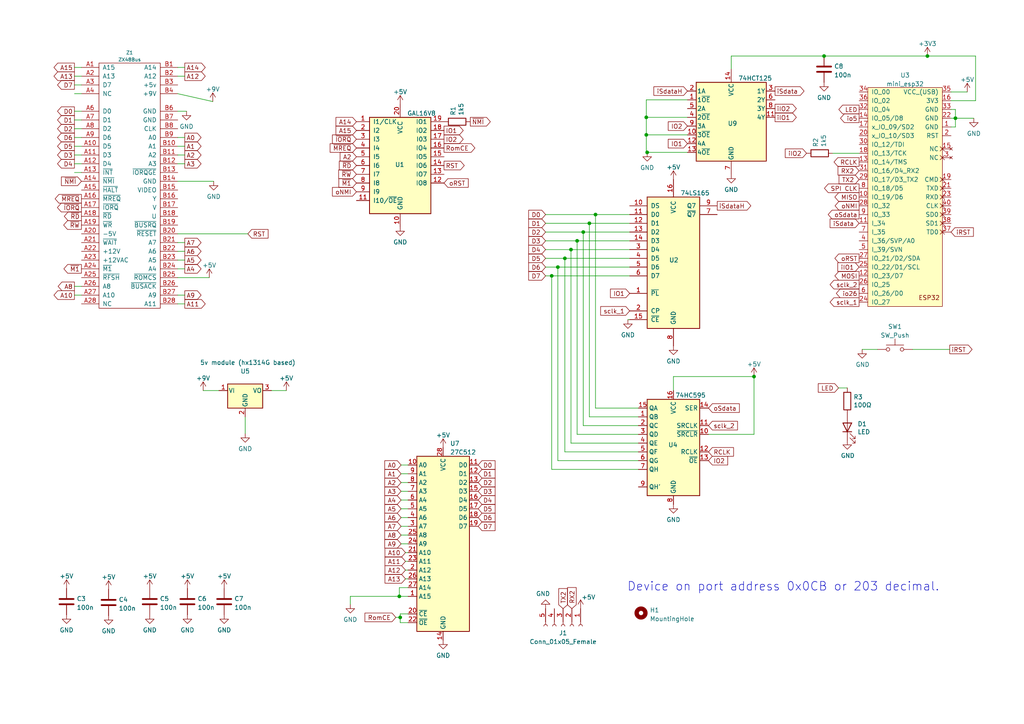
<source format=kicad_sch>
(kicad_sch (version 20211123) (generator eeschema)
  (paper "A4")
  (lib_symbols
    (symbol "74HCT125:74HCT125" (pin_names (offset 0.254))
      (property "Reference" "U" (at 2.54 15.24 0))
      (property "Value" "74HCT125" (at -5.08 2.54 0))
      (symbol "74HCT125_0_0"
        (pin power_in line (at 0 17.78 270) (length 3.81) (name "VCC") (number "14"))
        (pin power_in line (at 0 -12.7 90) (length 3.81) (name "GND") (number "7"))
      )
      (symbol "74HCT125_0_1"
        (rectangle (start -10.16 13.97) (end 10.16 -8.89) (stroke (width 0.254)) (fill (type background)))
      )
      (symbol "74HCT125_1_1"
        (pin input line (at -12.7 8.89 0) (length 2.54) (name "1~{OE}") (number "1"))
        (pin input line (at -12.7 -1.27 0) (length 2.54) (name "3~{OE}") (number "10"))
        (pin output line (at 12.7 3.81 180) (length 2.54) (name "4Y") (number "11"))
        (pin input line (at -12.7 -3.81 0) (length 2.54) (name "4A") (number "12"))
        (pin input line (at -12.7 -6.35 0) (length 2.54) (name "4~{OE}") (number "13"))
        (pin input line (at -12.7 11.43 0) (length 2.54) (name "1A") (number "2"))
        (pin output line (at 12.7 11.43 180) (length 2.54) (name "1Y") (number "3"))
        (pin input line (at -12.7 3.81 0) (length 2.54) (name "2~{OE}") (number "4"))
        (pin input line (at -12.7 6.35 0) (length 2.54) (name "2A") (number "5"))
        (pin output line (at 12.7 8.89 180) (length 2.54) (name "2Y") (number "6"))
        (pin output line (at 12.7 6.35 180) (length 2.54) (name "3Y") (number "8"))
        (pin input line (at -12.7 1.27 0) (length 2.54) (name "3A") (number "9"))
      )
    )
    (symbol "74hc597:74LS165" (pin_names (offset 1.016))
      (property "Reference" "U" (at -7.62 19.05 0))
      (property "Value" "74LS165" (at -7.62 -21.59 0))
      (symbol "74LS165_1_0"
        (pin input line (at -12.7 -10.16 0) (length 5.08) (name "~{PL}") (number "1"))
        (pin input line (at -12.7 15.24 0) (length 5.08) (name "DS") (number "10"))
        (pin input line (at -12.7 12.7 0) (length 5.08) (name "D0") (number "11"))
        (pin input line (at -12.7 10.16 0) (length 5.08) (name "D1") (number "12"))
        (pin input line (at -12.7 7.62 0) (length 5.08) (name "D2") (number "13"))
        (pin input line (at -12.7 5.08 0) (length 5.08) (name "D3") (number "14"))
        (pin input line (at -12.7 -17.78 0) (length 5.08) (name "~{CE}") (number "15"))
        (pin power_in line (at 0 22.86 270) (length 5.08) (name "VCC") (number "16"))
        (pin input line (at -12.7 -15.24 0) (length 5.08) (name "CP") (number "2"))
        (pin input line (at -12.7 2.54 0) (length 5.08) (name "D4") (number "3"))
        (pin input line (at -12.7 0 0) (length 5.08) (name "D5") (number "4"))
        (pin input line (at -12.7 -2.54 0) (length 5.08) (name "D6") (number "5"))
        (pin input line (at -12.7 -5.08 0) (length 5.08) (name "D7") (number "6"))
        (pin output line (at 12.7 12.7 180) (length 5.08) (name "~{Q7}") (number "7"))
        (pin power_in line (at 0 -25.4 90) (length 5.08) (name "GND") (number "8"))
        (pin output line (at 12.7 15.24 180) (length 5.08) (name "Q7") (number "9"))
      )
      (symbol "74LS165_1_1"
        (rectangle (start -7.62 17.78) (end 7.62 -20.32) (stroke (width 0.254)) (fill (type background)))
      )
    )
    (symbol "74xx:74HCT595"
      (property "Reference" "U" (at -7.62 13.97 0))
      (property "Value" "74HCT595" (at -7.62 -16.51 0))
      (symbol "74HCT595_1_0"
        (pin tri_state line (at 10.16 7.62 180) (length 2.54) (name "QB") (number "1"))
        (pin input line (at -10.16 2.54 0) (length 2.54) (name "~{SRCLR}") (number "10"))
        (pin input line (at -10.16 5.08 0) (length 2.54) (name "SRCLK") (number "11"))
        (pin input line (at -10.16 -2.54 0) (length 2.54) (name "RCLK") (number "12"))
        (pin input line (at -10.16 -5.08 0) (length 2.54) (name "~{OE}") (number "13"))
        (pin input line (at -10.16 10.16 0) (length 2.54) (name "SER") (number "14"))
        (pin tri_state line (at 10.16 10.16 180) (length 2.54) (name "QA") (number "15"))
        (pin power_in line (at 0 15.24 270) (length 2.54) (name "VCC") (number "16"))
        (pin tri_state line (at 10.16 5.08 180) (length 2.54) (name "QC") (number "2"))
        (pin tri_state line (at 10.16 2.54 180) (length 2.54) (name "QD") (number "3"))
        (pin tri_state line (at 10.16 0 180) (length 2.54) (name "QE") (number "4"))
        (pin tri_state line (at 10.16 -2.54 180) (length 2.54) (name "QF") (number "5"))
        (pin tri_state line (at 10.16 -5.08 180) (length 2.54) (name "QG") (number "6"))
        (pin tri_state line (at 10.16 -7.62 180) (length 2.54) (name "QH") (number "7"))
        (pin power_in line (at 0 -17.78 90) (length 2.54) (name "GND") (number "8"))
        (pin output line (at 10.16 -12.7 180) (length 2.54) (name "QH'") (number "9"))
      )
      (symbol "74HCT595_1_1"
        (rectangle (start -7.62 12.7) (end 7.62 -15.24) (stroke (width 0.254)) (fill (type background)))
      )
    )
    (symbol "Barts_lib:mini_esp32" (pin_names (offset 1.016))
      (property "Reference" "U3" (at 0.635 2.3028 0))
      (property "Value" "mini_esp32" (at 0.635 -0.2341 0))
      (symbol "mini_esp32_0_0"
        (text "ESP32" (at 7.62 -62.23 0) (effects (font (size 1.27 1.27))))
        (pin power_in line (at 13.97 -12.7 180) (length 2.54) (name "GND") (number "1"))
        (pin input line (at 13.97 -15.24 180) (length 2.54) (name "RST") (number "2"))
        (pin no_connect non_logic (at 13.97 -21.59 180) (length 2.54) (name "NC") (number "3"))
        (pin bidirectional line (at -12.7 -45.72 0) (length 2.54) (name "I_36/SVP/A0") (number "4"))
        (pin bidirectional line (at -12.7 -48.26 0) (length 2.54) (name "I_39/SVN") (number "5"))
      )
      (symbol "mini_esp32_0_1"
        (rectangle (start -10.16 -1.27) (end 11.43 -64.77) (fill (type background)))
      )
      (symbol "mini_esp32_1_1"
        (pin bidirectional line (at -12.7 -33.02 0) (length 2.54) (name "IO_19/D6") (number "10"))
        (pin bidirectional line (at -12.7 -40.64 0) (length 2.54) (name "I_34") (number "11"))
        (pin bidirectional line (at -12.7 -55.88 0) (length 2.54) (name "IO_23/D7") (number "12"))
        (pin bidirectional line (at -12.7 -22.86 0) (length 2.54) (name "IO_14/TMS") (number "13"))
        (pin bidirectional line (at -12.7 -10.16 0) (length 2.54) (name "IO_05/D8") (number "14"))
        (pin no_connect non_logic (at 13.97 -19.05 180) (length 2.54) (name "NC") (number "15"))
        (pin power_in line (at 13.97 -5.08 180) (length 2.54) (name "3V3") (number "16"))
        (pin bidirectional line (at -12.7 -12.7 0) (length 2.54) (name "x_IO_09/SD2") (number "17"))
        (pin bidirectional line (at -12.7 -20.32 0) (length 2.54) (name "IO_13/TCK") (number "18"))
        (pin passive non_logic (at 13.97 -27.94 180) (length 2.54) (name "CMD") (number "19"))
        (pin bidirectional line (at -12.7 -15.24 0) (length 2.54) (name "x_IO_10/SD3") (number "20"))
        (pin passive non_logic (at 13.97 -30.48 180) (length 2.54) (name "TXD") (number "21"))
        (pin power_in line (at 13.97 -10.16 180) (length 2.54) (name "GND") (number "22"))
        (pin passive non_logic (at 13.97 -33.02 180) (length 2.54) (name "RXD") (number "23"))
        (pin bidirectional line (at -12.7 -63.5 0) (length 2.54) (name "IO_27") (number "24"))
        (pin bidirectional line (at -12.7 -53.34 0) (length 2.54) (name "IO_22/D1/SCL") (number "25"))
        (pin bidirectional line (at -12.7 -58.42 0) (length 2.54) (name "IO_25") (number "26"))
        (pin bidirectional line (at -12.7 -50.8 0) (length 2.54) (name "IO_21/D2/SDA") (number "27"))
        (pin bidirectional line (at -12.7 -35.56 0) (length 2.54) (name "IO_32") (number "28"))
        (pin bidirectional line (at -12.7 -27.94 0) (length 2.54) (name "IO_17/D3_TX2") (number "29"))
        (pin bidirectional line (at -12.7 -17.78 0) (length 2.54) (name "IO_12/TDI") (number "30"))
        (pin bidirectional line (at -12.7 -25.4 0) (length 2.54) (name "IO_16/D4_RX2") (number "31"))
        (pin bidirectional line (at -12.7 -7.62 0) (length 2.54) (name "IO_04") (number "32"))
        (pin power_in line (at 13.97 -7.62 180) (length 2.54) (name "GND") (number "33"))
        (pin bidirectional line (at -12.7 -2.54 0) (length 2.54) (name "IO_00") (number "34"))
        (pin power_in line (at 13.97 -2.54 180) (length 2.54) (name "VCC_(USB)") (number "35"))
        (pin bidirectional line (at -12.7 -5.08 0) (length 2.54) (name "IO_02") (number "36"))
        (pin passive non_logic (at 13.97 -43.18 180) (length 2.54) (name "TD0") (number "37"))
        (pin passive non_logic (at 13.97 -40.64 180) (length 2.54) (name "SD1") (number "38"))
        (pin passive non_logic (at 13.97 -38.1 180) (length 2.54) (name "SD0") (number "39"))
        (pin passive non_logic (at 13.97 -35.56 180) (length 2.54) (name "CLK") (number "40"))
        (pin bidirectional line (at -12.7 -60.96 0) (length 2.54) (name "IO_26/D0") (number "6"))
        (pin bidirectional line (at -12.7 -43.18 0) (length 2.54) (name "I_35") (number "7"))
        (pin bidirectional line (at -12.7 -30.48 0) (length 2.54) (name "IO_18/D5") (number "8"))
        (pin bidirectional line (at -12.7 -38.1 0) (length 2.54) (name "IO_33") (number "9"))
      )
    )
    (symbol "Connector:Conn_01x05_Female" (pin_names (offset 1.016) hide)
      (property "Reference" "J" (at 0 7.62 0))
      (property "Value" "Conn_01x05_Female" (at 0 -7.62 0))
      (symbol "Conn_01x05_Female_1_1"
        (arc (start 0 -4.572) (mid -0.508 -5.08) (end 0 -5.588) (stroke (width 0.1524)))
        (arc (start 0 -2.032) (mid -0.508 -2.54) (end 0 -3.048) (stroke (width 0.1524)))
        (polyline (pts (xy -1.27 -5.08) (xy -0.508 -5.08)) (stroke (width 0.1524)))
        (polyline (pts (xy -1.27 -2.54) (xy -0.508 -2.54)) (stroke (width 0.1524)))
        (polyline (pts (xy -1.27 0) (xy -0.508 0)) (stroke (width 0.1524)))
        (polyline (pts (xy -1.27 2.54) (xy -0.508 2.54)) (stroke (width 0.1524)))
        (polyline (pts (xy -1.27 5.08) (xy -0.508 5.08)) (stroke (width 0.1524)))
        (arc (start 0 0.508) (mid -0.508 0) (end 0 -0.508) (stroke (width 0.1524)))
        (arc (start 0 3.048) (mid -0.508 2.54) (end 0 2.032) (stroke (width 0.1524)))
        (arc (start 0 5.588) (mid -0.508 5.08) (end 0 4.572) (stroke (width 0.1524)))
        (pin passive line (at -5.08 5.08 0) (length 3.81) (name "Pin_1") (number "1"))
        (pin passive line (at -5.08 2.54 0) (length 3.81) (name "Pin_2") (number "2"))
        (pin passive line (at -5.08 0 0) (length 3.81) (name "Pin_3") (number "3"))
        (pin passive line (at -5.08 -2.54 0) (length 3.81) (name "Pin_4") (number "4"))
        (pin passive line (at -5.08 -5.08 0) (length 3.81) (name "Pin_5") (number "5"))
      )
    )
    (symbol "Device:C" (pin_numbers hide) (pin_names (offset 0.254))
      (property "Reference" "C" (at 0.635 2.54 0))
      (property "Value" "C" (at 0.635 -2.54 0))
      (symbol "C_0_1"
        (polyline (pts (xy -2.032 -0.762) (xy 2.032 -0.762)) (stroke (width 0.508)))
        (polyline (pts (xy -2.032 0.762) (xy 2.032 0.762)) (stroke (width 0.508)))
      )
      (symbol "C_1_1"
        (pin passive line (at 0 3.81 270) (length 2.794) (name "~") (number "1"))
        (pin passive line (at 0 -3.81 90) (length 2.794) (name "~") (number "2"))
      )
    )
    (symbol "Device:LED" (pin_numbers hide) (pin_names (offset 1.016) hide)
      (property "Reference" "D" (at 0 2.54 0))
      (property "Value" "LED" (at 0 -2.54 0))
      (symbol "LED_0_1"
        (polyline (pts (xy -1.27 -1.27) (xy -1.27 1.27)) (stroke (width 0.254)))
        (polyline (pts (xy -1.27 0) (xy 1.27 0)))
        (polyline (pts (xy 1.27 -1.27) (xy 1.27 1.27) (xy -1.27 0) (xy 1.27 -1.27)) (stroke (width 0.254)))
        (polyline (pts (xy -3.048 -0.762) (xy -4.572 -2.286) (xy -3.81 -2.286) (xy -4.572 -2.286) (xy -4.572 -1.524)))
        (polyline (pts (xy -1.778 -0.762) (xy -3.302 -2.286) (xy -2.54 -2.286) (xy -3.302 -2.286) (xy -3.302 -1.524)))
      )
      (symbol "LED_1_1"
        (pin passive line (at -3.81 0 0) (length 2.54) (name "K") (number "1"))
        (pin passive line (at 3.81 0 180) (length 2.54) (name "A") (number "2"))
      )
    )
    (symbol "Device:R" (pin_numbers hide) (pin_names (offset 0))
      (property "Reference" "R" (at 2.032 0 90))
      (property "Value" "R" (at 0 0 90))
      (symbol "R_0_1"
        (rectangle (start -1.016 -2.54) (end 1.016 2.54) (stroke (width 0.254)))
      )
      (symbol "R_1_1"
        (pin passive line (at 0 3.81 270) (length 1.27) (name "~") (number "1"))
        (pin passive line (at 0 -3.81 90) (length 1.27) (name "~") (number "2"))
      )
    )
    (symbol "Logic_Programmable:GAL16V8" (pin_names (offset 1.016))
      (property "Reference" "U" (at -8.89 16.51 0))
      (property "Value" "GAL16V8" (at 1.27 16.51 0))
      (symbol "GAL16V8_0_0"
        (pin power_in line (at 0 -17.78 90) (length 3.81) (name "GND") (number "10"))
        (pin power_in line (at 0 17.78 270) (length 3.81) (name "VCC") (number "20"))
      )
      (symbol "GAL16V8_0_1"
        (rectangle (start -8.89 13.97) (end 8.89 -13.97) (stroke (width 0.254)) (fill (type background)))
      )
      (symbol "GAL16V8_1_1"
        (pin input line (at -12.7 12.7 0) (length 3.81) (name "I1/CLK") (number "1"))
        (pin input line (at -12.7 -10.16 0) (length 3.81) (name "I10/~{OE}") (number "11"))
        (pin tri_state line (at 12.7 -5.08 180) (length 3.81) (name "IO8") (number "12"))
        (pin tri_state line (at 12.7 -2.54 180) (length 3.81) (name "IO7") (number "13"))
        (pin tri_state line (at 12.7 0 180) (length 3.81) (name "IO6") (number "14"))
        (pin tri_state line (at 12.7 2.54 180) (length 3.81) (name "IO5") (number "15"))
        (pin tri_state line (at 12.7 5.08 180) (length 3.81) (name "IO4") (number "16"))
        (pin tri_state line (at 12.7 7.62 180) (length 3.81) (name "I03") (number "17"))
        (pin tri_state line (at 12.7 10.16 180) (length 3.81) (name "IO2") (number "18"))
        (pin tri_state line (at 12.7 12.7 180) (length 3.81) (name "IO1") (number "19"))
        (pin input line (at -12.7 10.16 0) (length 3.81) (name "I2") (number "2"))
        (pin input line (at -12.7 7.62 0) (length 3.81) (name "I3") (number "3"))
        (pin input line (at -12.7 5.08 0) (length 3.81) (name "I4") (number "4"))
        (pin input line (at -12.7 2.54 0) (length 3.81) (name "I5") (number "5"))
        (pin input line (at -12.7 0 0) (length 3.81) (name "I6") (number "6"))
        (pin input line (at -12.7 -2.54 0) (length 3.81) (name "I7") (number "7"))
        (pin input line (at -12.7 -5.08 0) (length 3.81) (name "I8") (number "8"))
        (pin input line (at -12.7 -7.62 0) (length 3.81) (name "I9") (number "9"))
      )
    )
    (symbol "Mechanical:MountingHole" (pin_names (offset 1.016))
      (property "Reference" "H" (at 0 5.08 0))
      (property "Value" "MountingHole" (at 0 3.175 0))
      (symbol "MountingHole_0_1"
        (circle (center 0 0) (radius 1.27) (stroke (width 1.27)))
      )
    )
    (symbol "Memory_EPROM:27C512"
      (property "Reference" "U" (at -7.62 26.67 0))
      (property "Value" "27C512" (at 2.54 -26.67 0))
      (symbol "27C512_1_1"
        (rectangle (start -7.62 25.4) (end 7.62 -25.4) (stroke (width 0.254)) (fill (type background)))
        (pin input line (at -10.16 -15.24 0) (length 2.54) (name "A15") (number "1"))
        (pin input line (at -10.16 22.86 0) (length 2.54) (name "A0") (number "10"))
        (pin tri_state line (at 10.16 22.86 180) (length 2.54) (name "D0") (number "11"))
        (pin tri_state line (at 10.16 20.32 180) (length 2.54) (name "D1") (number "12"))
        (pin tri_state line (at 10.16 17.78 180) (length 2.54) (name "D2") (number "13"))
        (pin power_in line (at 0 -27.94 90) (length 2.54) (name "GND") (number "14"))
        (pin tri_state line (at 10.16 15.24 180) (length 2.54) (name "D3") (number "15"))
        (pin tri_state line (at 10.16 12.7 180) (length 2.54) (name "D4") (number "16"))
        (pin tri_state line (at 10.16 10.16 180) (length 2.54) (name "D5") (number "17"))
        (pin tri_state line (at 10.16 7.62 180) (length 2.54) (name "D6") (number "18"))
        (pin tri_state line (at 10.16 5.08 180) (length 2.54) (name "D7") (number "19"))
        (pin input line (at -10.16 -7.62 0) (length 2.54) (name "A12") (number "2"))
        (pin input line (at -10.16 -20.32 0) (length 2.54) (name "~{CE}") (number "20"))
        (pin input line (at -10.16 -2.54 0) (length 2.54) (name "A10") (number "21"))
        (pin input line (at -10.16 -22.86 0) (length 2.54) (name "~{OE}") (number "22"))
        (pin input line (at -10.16 -5.08 0) (length 2.54) (name "A11") (number "23"))
        (pin input line (at -10.16 0 0) (length 2.54) (name "A9") (number "24"))
        (pin input line (at -10.16 2.54 0) (length 2.54) (name "A8") (number "25"))
        (pin input line (at -10.16 -10.16 0) (length 2.54) (name "A13") (number "26"))
        (pin input line (at -10.16 -12.7 0) (length 2.54) (name "A14") (number "27"))
        (pin power_in line (at 0 27.94 270) (length 2.54) (name "VCC") (number "28"))
        (pin input line (at -10.16 5.08 0) (length 2.54) (name "A7") (number "3"))
        (pin input line (at -10.16 7.62 0) (length 2.54) (name "A6") (number "4"))
        (pin input line (at -10.16 10.16 0) (length 2.54) (name "A5") (number "5"))
        (pin input line (at -10.16 12.7 0) (length 2.54) (name "A4") (number "6"))
        (pin input line (at -10.16 15.24 0) (length 2.54) (name "A3") (number "7"))
        (pin input line (at -10.16 17.78 0) (length 2.54) (name "A2") (number "8"))
        (pin input line (at -10.16 20.32 0) (length 2.54) (name "A1") (number "9"))
      )
    )
    (symbol "Regulator_Linear:KA78M05_TO252" (pin_names (offset 0.254))
      (property "Reference" "U" (at -3.81 3.175 0))
      (property "Value" "KA78M05_TO252" (at 0 3.175 0))
      (symbol "KA78M05_TO252_0_1"
        (rectangle (start -5.08 1.905) (end 5.08 -5.08) (stroke (width 0.254)) (fill (type background)))
      )
      (symbol "KA78M05_TO252_1_1"
        (pin power_in line (at -7.62 0 0) (length 2.54) (name "VI") (number "1"))
        (pin power_in line (at 0 -7.62 90) (length 2.54) (name "GND") (number "2"))
        (pin power_out line (at 7.62 0 180) (length 2.54) (name "VO") (number "3"))
      )
    )
    (symbol "Switch:SW_Push" (pin_numbers hide) (pin_names (offset 1.016) hide)
      (property "Reference" "SW" (at 1.27 2.54 0))
      (property "Value" "SW_Push" (at 0 -1.524 0))
      (symbol "SW_Push_0_1"
        (circle (center -2.032 0) (radius 0.508))
        (polyline (pts (xy 0 1.27) (xy 0 3.048)))
        (polyline (pts (xy 2.54 1.27) (xy -2.54 1.27)))
        (circle (center 2.032 0) (radius 0.508))
        (pin passive line (at -5.08 0 0) (length 2.54) (name "1") (number "1"))
        (pin passive line (at 5.08 0 180) (length 2.54) (name "2") (number "2"))
      )
    )
    (symbol "power:+3.3V" (power) (pin_names (offset 0))
      (property "Value" "+3.3V" (at 0 3.556 0))
      (symbol "+3.3V_0_1"
        (polyline (pts (xy -0.762 1.27) (xy 0 2.54)))
        (polyline (pts (xy 0 0) (xy 0 2.54)))
        (polyline (pts (xy 0 2.54) (xy 0.762 1.27)))
      )
      (symbol "+3.3V_1_1"
        (pin power_in line (at 0 0 90) (length 0) hide (name "+3V3") (number "1"))
      )
    )
    (symbol "power:+5V" (power) (pin_names (offset 0))
      (property "Value" "+5V" (at 0 3.556 0))
      (symbol "+5V_0_1"
        (polyline (pts (xy -0.762 1.27) (xy 0 2.54)))
        (polyline (pts (xy 0 0) (xy 0 2.54)))
        (polyline (pts (xy 0 2.54) (xy 0.762 1.27)))
      )
      (symbol "+5V_1_1"
        (pin power_in line (at 0 0 90) (length 0) hide (name "+5V") (number "1"))
      )
    )
    (symbol "power:+9V" (power) (pin_names (offset 0))
      (property "Value" "+9V" (at 0 3.556 0))
      (symbol "+9V_0_1"
        (polyline (pts (xy -0.762 1.27) (xy 0 2.54)))
        (polyline (pts (xy 0 0) (xy 0 2.54)))
        (polyline (pts (xy 0 2.54) (xy 0.762 1.27)))
      )
      (symbol "+9V_1_1"
        (pin power_in line (at 0 0 90) (length 0) hide (name "+9V") (number "1"))
      )
    )
    (symbol "power:GND" (power) (pin_names (offset 0))
      (property "Value" "GND" (at 0 -3.81 0))
      (symbol "GND_0_1"
        (polyline (pts (xy 0 0) (xy 0 -1.27) (xy 1.27 -1.27) (xy 0 -2.54) (xy -1.27 -1.27) (xy 0 -1.27)))
      )
      (symbol "GND_1_1"
        (pin power_in line (at 0 0 270) (length 0) hide (name "GND") (number "1"))
      )
    )
    (symbol "zxbus:ZX48Bus" (pin_names (offset 1.016))
      (property "Reference" "Z" (at 0 83.82 0))
      (property "Value" "ZX48Bus" (at 0 86.36 0))
      (symbol "ZX48Bus_0_0"
        (rectangle (start 0 82.55) (end 17.78 11.43))
      )
      (symbol "ZX48Bus_1_1"
        (pin input line (at -5.08 81.28 0) (length 5.08) (name "A15") (number "A1"))
        (pin input line (at -5.08 58.42 0) (length 5.08) (name "D5") (number "A10"))
        (pin input line (at -5.08 55.88 0) (length 5.08) (name "D3") (number "A11"))
        (pin input line (at -5.08 53.34 0) (length 5.08) (name "D4") (number "A12"))
        (pin input line (at -5.08 50.8 0) (length 5.08) (name "~{INT}") (number "A13"))
        (pin input line (at -5.08 48.26 0) (length 5.08) (name "~{NMI}") (number "A14"))
        (pin input line (at -5.08 45.72 0) (length 5.08) (name "~{HALT}") (number "A15"))
        (pin input line (at -5.08 43.18 0) (length 5.08) (name "~{MREQ}") (number "A16"))
        (pin input line (at -5.08 40.64 0) (length 5.08) (name "~{IORQ}") (number "A17"))
        (pin input line (at -5.08 38.1 0) (length 5.08) (name "~{RD}") (number "A18"))
        (pin input line (at -5.08 35.56 0) (length 5.08) (name "~{WR}") (number "A19"))
        (pin input line (at -5.08 78.74 0) (length 5.08) (name "A13") (number "A2"))
        (pin input line (at -5.08 33.02 0) (length 5.08) (name "-5V") (number "A20"))
        (pin input line (at -5.08 30.48 0) (length 5.08) (name "~{WAIT}") (number "A21"))
        (pin input line (at -5.08 27.94 0) (length 5.08) (name "+12V") (number "A22"))
        (pin input line (at -5.08 25.4 0) (length 5.08) (name "+12VAC") (number "A23"))
        (pin input line (at -5.08 22.86 0) (length 5.08) (name "~{M1}") (number "A24"))
        (pin input line (at -5.08 20.32 0) (length 5.08) (name "~{RFSH}") (number "A25"))
        (pin input line (at -5.08 17.78 0) (length 5.08) (name "A8") (number "A26"))
        (pin input line (at -5.08 15.24 0) (length 5.08) (name "A10") (number "A27"))
        (pin input line (at -5.08 12.7 0) (length 5.08) (name "NC") (number "A28"))
        (pin input line (at -5.08 76.2 0) (length 5.08) (name "D7") (number "A3"))
        (pin input line (at -5.08 73.66 0) (length 5.08) (name "NC") (number "A4"))
        (pin input line (at -5.08 68.58 0) (length 5.08) (name "D0") (number "A6"))
        (pin input line (at -5.08 66.04 0) (length 5.08) (name "D1") (number "A7"))
        (pin input line (at -5.08 63.5 0) (length 5.08) (name "D2") (number "A8"))
        (pin input line (at -5.08 60.96 0) (length 5.08) (name "D6") (number "A9"))
        (pin input line (at 22.86 81.28 180) (length 5.08) (name "A14") (number "B1"))
        (pin input line (at 22.86 58.42 180) (length 5.08) (name "A1") (number "B10"))
        (pin input line (at 22.86 55.88 180) (length 5.08) (name "A2") (number "B11"))
        (pin input line (at 22.86 53.34 180) (length 5.08) (name "A3") (number "B12"))
        (pin input line (at 22.86 50.8 180) (length 5.08) (name "~{IORQGE}") (number "B13"))
        (pin input line (at 22.86 48.26 180) (length 5.08) (name "GND") (number "B14"))
        (pin input line (at 22.86 45.72 180) (length 5.08) (name "VIDEO") (number "B15"))
        (pin input line (at 22.86 43.18 180) (length 5.08) (name "Y") (number "B16"))
        (pin input line (at 22.86 40.64 180) (length 5.08) (name "V") (number "B17"))
        (pin input line (at 22.86 38.1 180) (length 5.08) (name "U") (number "B18"))
        (pin input line (at 22.86 35.56 180) (length 5.08) (name "~{BUSRQ}") (number "B19"))
        (pin input line (at 22.86 78.74 180) (length 5.08) (name "A12") (number "B2"))
        (pin input line (at 22.86 33.02 180) (length 5.08) (name "~{RESET}") (number "B20"))
        (pin input line (at 22.86 30.48 180) (length 5.08) (name "A7") (number "B21"))
        (pin input line (at 22.86 27.94 180) (length 5.08) (name "A6") (number "B22"))
        (pin input line (at 22.86 25.4 180) (length 5.08) (name "A5") (number "B23"))
        (pin input line (at 22.86 22.86 180) (length 5.08) (name "A4") (number "B24"))
        (pin input line (at 22.86 20.32 180) (length 5.08) (name "~{ROMCS}") (number "B25"))
        (pin input line (at 22.86 17.78 180) (length 5.08) (name "~{BUSACK}") (number "B26"))
        (pin input line (at 22.86 15.24 180) (length 5.08) (name "A9") (number "B27"))
        (pin input line (at 22.86 12.7 180) (length 5.08) (name "A11") (number "B28"))
        (pin input line (at 22.86 76.2 180) (length 5.08) (name "+5v") (number "B3"))
        (pin input line (at 22.86 73.66 180) (length 5.08) (name "+9V") (number "B4"))
        (pin input line (at 22.86 68.58 180) (length 5.08) (name "GND") (number "B6"))
        (pin input line (at 22.86 66.04 180) (length 5.08) (name "GND") (number "B7"))
        (pin input line (at 22.86 63.5 180) (length 5.08) (name "CLK") (number "B8"))
        (pin input line (at 22.86 60.96 180) (length 5.08) (name "A0") (number "B9"))
      )
    )
  )
  (junction (at 169.164 67.31))
  (junction (at 187.452 34.036))
  (junction (at 172.72 62.23))
  (junction (at 167.386 69.85))
  (junction (at 187.452 39.116))
  (junction (at 268.986 16.256))
  (junction (at 187.706 44.196))
  (junction (at 165.608 72.39))
  (junction (at 163.83 74.93))
  (junction (at 115.824 172.974))
  (junction (at 170.942 64.77))
  (junction (at 239.014 16.256))
  (junction (at 218.694 109.22))
  (junction (at 161.798 77.47))
  (junction (at 116.078 179.07))
  (junction (at 160.02 80.01))
  (junction (at 277.114 34.29))
  (wire (pts (xy 158.242 69.85) (xy 167.386 69.85)))
  (wire (pts (xy 51.562 85.598) (xy 53.594 85.598)))
  (wire (pts (xy 167.386 125.984) (xy 185.166 125.984)))
  (wire (pts (xy 275.844 31.75) (xy 277.114 31.75)))
  (wire (pts (xy 187.452 39.116) (xy 199.39 39.116)))
  (wire (pts (xy 161.798 133.604) (xy 161.798 77.47)))
  (wire (pts (xy 187.452 28.956) (xy 199.39 28.956)))
  (wire (pts (xy 158.242 64.77) (xy 170.942 64.77)))
  (wire (pts (xy 51.562 42.418) (xy 53.594 42.418)))
  (wire (pts (xy 170.942 64.77) (xy 170.942 120.904)))
  (wire (pts (xy 277.114 36.83) (xy 277.114 34.29)))
  (wire (pts (xy 23.622 34.798) (xy 21.59 34.798)))
  (wire (pts (xy 117.602 162.814) (xy 118.364 162.814)))
  (wire (pts (xy 218.694 109.22) (xy 218.694 125.984)))
  (wire (pts (xy 118.364 170.434) (xy 115.824 170.434)))
  (wire (pts (xy 199.39 44.196) (xy 187.706 44.196)))
  (wire (pts (xy 118.364 142.494) (xy 116.332 142.494)))
  (wire (pts (xy 158.242 67.31) (xy 169.164 67.31)))
  (wire (pts (xy 71.12 120.904) (xy 71.12 125.73)))
  (wire (pts (xy 185.166 128.524) (xy 165.608 128.524)))
  (wire (pts (xy 51.562 70.358) (xy 53.594 70.358)))
  (wire (pts (xy 23.622 39.878) (xy 21.59 39.878)))
  (wire (pts (xy 199.39 34.036) (xy 187.452 34.036)))
  (wire (pts (xy 182.626 69.85) (xy 167.386 69.85)))
  (wire (pts (xy 23.622 42.418) (xy 21.59 42.418)))
  (wire (pts (xy 264.668 101.346) (xy 275.463 101.346)))
  (wire (pts (xy 117.602 167.894) (xy 118.364 167.894)))
  (wire (pts (xy 165.608 128.524) (xy 165.608 72.39)))
  (wire (pts (xy 277.114 31.75) (xy 277.114 34.29)))
  (wire (pts (xy 185.166 118.364) (xy 172.72 118.364)))
  (wire (pts (xy 161.798 77.47) (xy 182.626 77.47)))
  (wire (pts (xy 51.562 72.898) (xy 53.594 72.898)))
  (wire (pts (xy 23.622 85.598) (xy 21.59 85.598)))
  (wire (pts (xy 212.09 16.256) (xy 239.014 16.256)))
  (wire (pts (xy 51.562 88.138) (xy 53.594 88.138)))
  (wire (pts (xy 116.078 179.07) (xy 116.078 180.594)))
  (wire (pts (xy 158.242 72.39) (xy 165.608 72.39)))
  (wire (pts (xy 241.554 44.45) (xy 249.174 44.45)))
  (wire (pts (xy 51.562 80.518) (xy 60.706 80.518)))
  (wire (pts (xy 167.386 69.85) (xy 167.386 125.984)))
  (wire (pts (xy 118.364 147.574) (xy 116.332 147.574)))
  (wire (pts (xy 78.74 113.284) (xy 83.058 113.284)))
  (wire (pts (xy 158.242 80.01) (xy 160.02 80.01)))
  (wire (pts (xy 280.543 26.67) (xy 275.844 26.67)))
  (wire (pts (xy 172.72 62.23) (xy 182.626 62.23)))
  (wire (pts (xy 275.844 36.83) (xy 277.114 36.83)))
  (wire (pts (xy 182.626 80.01) (xy 160.02 80.01)))
  (wire (pts (xy 116.332 157.734) (xy 118.364 157.734)))
  (wire (pts (xy 275.844 29.21) (xy 282.956 29.21)))
  (wire (pts (xy 163.83 74.93) (xy 163.83 131.064)))
  (wire (pts (xy 58.928 113.284) (xy 63.5 113.284)))
  (wire (pts (xy 23.622 19.558) (xy 21.59 19.558)))
  (wire (pts (xy 23.622 22.098) (xy 21.59 22.098)))
  (wire (pts (xy 118.364 172.974) (xy 115.824 172.974)))
  (wire (pts (xy 51.562 27.178) (xy 61.722 29.464)))
  (wire (pts (xy 239.014 16.256) (xy 268.986 16.256)))
  (wire (pts (xy 205.486 125.984) (xy 218.694 125.984)))
  (wire (pts (xy 118.364 150.114) (xy 116.332 150.114)))
  (wire (pts (xy 51.562 52.578) (xy 61.976 52.578)))
  (wire (pts (xy 277.114 34.29) (xy 282.448 34.29)))
  (wire (pts (xy 51.562 22.098) (xy 53.594 22.098)))
  (wire (pts (xy 165.608 72.39) (xy 182.626 72.39)))
  (wire (pts (xy 23.622 27.178) (xy 21.59 27.178)))
  (wire (pts (xy 115.824 170.434) (xy 115.824 172.974)))
  (wire (pts (xy 268.986 16.256) (xy 282.956 16.256)))
  (wire (pts (xy 182.626 74.93) (xy 163.83 74.93)))
  (wire (pts (xy 118.364 139.954) (xy 116.332 139.954)))
  (wire (pts (xy 23.622 24.638) (xy 21.59 24.638)))
  (wire (pts (xy 118.364 178.054) (xy 116.078 178.054)))
  (wire (pts (xy 117.602 160.274) (xy 118.364 160.274)))
  (wire (pts (xy 23.622 44.958) (xy 21.59 44.958)))
  (wire (pts (xy 275.844 34.29) (xy 277.114 34.29)))
  (wire (pts (xy 117.602 165.354) (xy 118.364 165.354)))
  (wire (pts (xy 115.824 172.974) (xy 101.6 172.974)))
  (wire (pts (xy 118.364 137.414) (xy 116.332 137.414)))
  (wire (pts (xy 187.452 34.036) (xy 187.452 39.116)))
  (wire (pts (xy 195.326 109.22) (xy 218.694 109.22)))
  (wire (pts (xy 101.6 172.974) (xy 101.6 175.26)))
  (wire (pts (xy 282.956 16.256) (xy 282.956 29.21)))
  (wire (pts (xy 212.09 20.066) (xy 212.09 16.256)))
  (wire (pts (xy 51.562 67.818) (xy 71.882 67.818)))
  (wire (pts (xy 118.364 134.874) (xy 116.332 134.874)))
  (wire (pts (xy 170.942 120.904) (xy 185.166 120.904)))
  (wire (pts (xy 187.452 28.956) (xy 187.452 34.036)))
  (wire (pts (xy 160.02 80.01) (xy 160.02 136.144)))
  (wire (pts (xy 51.562 32.258) (xy 54.102 32.258)))
  (wire (pts (xy 51.562 44.958) (xy 53.594 44.958)))
  (wire (pts (xy 195.326 113.284) (xy 195.326 109.22)))
  (wire (pts (xy 187.452 39.116) (xy 187.452 44.196)))
  (wire (pts (xy 51.562 19.558) (xy 53.594 19.558)))
  (wire (pts (xy 163.83 131.064) (xy 185.166 131.064)))
  (wire (pts (xy 51.562 39.878) (xy 53.594 39.878)))
  (wire (pts (xy 114.808 179.07) (xy 116.078 179.07)))
  (wire (pts (xy 158.242 62.23) (xy 172.72 62.23)))
  (wire (pts (xy 118.364 145.034) (xy 116.332 145.034)))
  (wire (pts (xy 23.622 32.258) (xy 21.59 32.258)))
  (wire (pts (xy 172.72 118.364) (xy 172.72 62.23)))
  (wire (pts (xy 23.622 47.498) (xy 21.59 47.498)))
  (wire (pts (xy 23.622 37.338) (xy 21.59 37.338)))
  (wire (pts (xy 250.063 101.346) (xy 254.508 101.346)))
  (wire (pts (xy 116.332 155.194) (xy 118.364 155.194)))
  (wire (pts (xy 51.562 47.498) (xy 53.594 47.498)))
  (wire (pts (xy 158.242 74.93) (xy 163.83 74.93)))
  (wire (pts (xy 23.622 83.058) (xy 21.59 83.058)))
  (wire (pts (xy 51.562 77.978) (xy 53.594 77.978)))
  (wire (pts (xy 243.205 112.522) (xy 245.745 112.522)))
  (wire (pts (xy 118.364 152.654) (xy 116.332 152.654)))
  (wire (pts (xy 160.02 136.144) (xy 185.166 136.144)))
  (wire (pts (xy 169.164 123.444) (xy 169.164 67.31)))
  (wire (pts (xy 169.164 67.31) (xy 182.626 67.31)))
  (wire (pts (xy 182.626 64.77) (xy 170.942 64.77)))
  (wire (pts (xy 116.078 180.594) (xy 118.364 180.594)))
  (wire (pts (xy 185.166 123.444) (xy 169.164 123.444)))
  (wire (pts (xy 116.078 178.054) (xy 116.078 179.07)))
  (wire (pts (xy 187.706 44.196) (xy 187.452 44.196)))
  (wire (pts (xy 51.562 75.438) (xy 53.594 75.438)))
  (wire (pts (xy 23.622 50.038) (xy 21.59 50.038)))
  (wire (pts (xy 182.118 92.71) (xy 182.626 92.71)))
  (wire (pts (xy 185.166 133.604) (xy 161.798 133.604)))
  (wire (pts (xy 158.242 77.47) (xy 161.798 77.47)))
  (text "Device on port address 0x0CB or 203 decimal." (at 181.864 171.704 0) (effects (font (size 2.5 2.5)) (justify left bottom)))
  (global_label "~{RD}" (shape output) (at 23.622 62.738 180) (property "Intersheet References" "${INTERSHEET_REFS}" (effects hide)))
  (global_label "iSdataH" (shape output) (at 208.026 59.69 0) (property "Intersheet References" "${INTERSHEET_REFS}" (effects hide)))
  (global_label "A12" (shape output) (at 53.594 22.098 0) (property "Intersheet References" "${INTERSHEET_REFS}" (effects hide)))
  (global_label "A10" (shape input) (at 117.602 160.274 180) (property "Intersheet References" "${INTERSHEET_REFS}" (effects hide)))
  (global_label "D2" (shape input) (at 138.684 139.954 0) (property "Intersheet References" "${INTERSHEET_REFS}" (effects hide)))
  (global_label "RomCE" (shape input) (at 114.808 179.07 180) (property "Intersheet References" "${INTERSHEET_REFS}" (effects hide)))
  (global_label "TX2" (shape input) (at 249.174 52.07 180) (property "Intersheet References" "${INTERSHEET_REFS}" (effects hide)))
  (global_label "MOSI" (shape output) (at 249.174 80.01 180) (property "Intersheet References" "${INTERSHEET_REFS}" (effects hide)))
  (global_label "~{MREQ}" (shape output) (at 23.622 57.658 180) (property "Intersheet References" "${INTERSHEET_REFS}" (effects hide)))
  (global_label "D5" (shape input) (at 138.684 147.574 0) (property "Intersheet References" "${INTERSHEET_REFS}" (effects hide)))
  (global_label "D7" (shape input) (at 158.242 80.01 180) (property "Intersheet References" "${INTERSHEET_REFS}" (effects hide)))
  (global_label "sclk_2" (shape output) (at 249.174 82.55 180) (property "Intersheet References" "${INTERSHEET_REFS}" (effects hide)))
  (global_label "io26" (shape output) (at 249.174 85.09 180) (property "Intersheet References" "${INTERSHEET_REFS}" (effects hide)))
  (global_label "D4" (shape input) (at 158.242 72.39 180) (property "Intersheet References" "${INTERSHEET_REFS}" (effects hide)))
  (global_label "D2" (shape output) (at 21.59 37.338 180) (property "Intersheet References" "${INTERSHEET_REFS}" (effects hide)))
  (global_label "A14" (shape output) (at 53.594 19.558 0) (property "Intersheet References" "${INTERSHEET_REFS}" (effects hide)))
  (global_label "A1" (shape output) (at 53.594 42.418 0) (property "Intersheet References" "${INTERSHEET_REFS}" (effects hide)))
  (global_label "SPI CLK" (shape output) (at 249.174 54.61 180) (property "Intersheet References" "${INTERSHEET_REFS}" (effects hide)))
  (global_label "MISO" (shape output) (at 249.174 57.15 180) (property "Intersheet References" "${INTERSHEET_REFS}" (effects hide)))
  (global_label "~{IORQ}" (shape input) (at 103.378 40.386 180) (property "Intersheet References" "${INTERSHEET_REFS}" (effects hide)))
  (global_label "A6" (shape input) (at 116.332 150.114 180) (property "Intersheet References" "${INTERSHEET_REFS}" (effects hide)))
  (global_label "D6" (shape input) (at 158.242 77.47 180) (property "Intersheet References" "${INTERSHEET_REFS}" (effects hide)))
  (global_label "io5" (shape output) (at 249.174 34.29 180) (property "Intersheet References" "${INTERSHEET_REFS}" (effects hide)))
  (global_label "D0" (shape input) (at 158.242 62.23 180) (property "Intersheet References" "${INTERSHEET_REFS}" (effects hide)))
  (global_label "LED" (shape input) (at 243.205 112.522 180) (property "Intersheet References" "${INTERSHEET_REFS}" (effects hide)))
  (global_label "iIO1" (shape output) (at 224.79 34.036 0) (property "Intersheet References" "${INTERSHEET_REFS}" (effects hide)))
  (global_label "iRST" (shape output) (at 275.463 101.346 0) (property "Intersheet References" "${INTERSHEET_REFS}" (effects hide)))
  (global_label "iIO1" (shape input) (at 249.174 77.47 180) (property "Intersheet References" "${INTERSHEET_REFS}" (effects hide)))
  (global_label "~{IORQ}" (shape output) (at 23.622 60.198 180) (property "Intersheet References" "${INTERSHEET_REFS}" (effects hide)))
  (global_label "IO2" (shape input) (at 199.39 36.576 180) (property "Intersheet References" "${INTERSHEET_REFS}" (effects hide)))
  (global_label "IO1" (shape input) (at 182.626 85.09 180) (property "Intersheet References" "${INTERSHEET_REFS}" (effects hide)))
  (global_label "RX2" (shape input) (at 249.174 49.53 180) (property "Intersheet References" "${INTERSHEET_REFS}" (effects hide)))
  (global_label "A3" (shape input) (at 116.332 142.494 180) (property "Intersheet References" "${INTERSHEET_REFS}" (effects hide)))
  (global_label "D3" (shape output) (at 21.59 44.958 180) (property "Intersheet References" "${INTERSHEET_REFS}" (effects hide)))
  (global_label "A1" (shape input) (at 116.332 137.414 180) (property "Intersheet References" "${INTERSHEET_REFS}" (effects hide)))
  (global_label "iSdata" (shape input) (at 249.174 64.77 180) (property "Intersheet References" "${INTERSHEET_REFS}" (effects hide)))
  (global_label "oNMI" (shape input) (at 103.378 55.626 180) (property "Intersheet References" "${INTERSHEET_REFS}" (effects hide)))
  (global_label "A12" (shape input) (at 117.602 165.354 180) (property "Intersheet References" "${INTERSHEET_REFS}" (effects hide)))
  (global_label "sclk_2" (shape input) (at 205.486 123.444 0) (property "Intersheet References" "${INTERSHEET_REFS}" (effects hide)))
  (global_label "IO2" (shape input) (at 205.486 133.604 0) (property "Intersheet References" "${INTERSHEET_REFS}" (effects hide)))
  (global_label "A14" (shape input) (at 103.378 35.306 180) (property "Intersheet References" "${INTERSHEET_REFS}" (effects hide)))
  (global_label "oSdata" (shape output) (at 249.174 62.23 180) (property "Intersheet References" "${INTERSHEET_REFS}" (effects hide)))
  (global_label "RCLK" (shape output) (at 249.174 46.99 180) (property "Intersheet References" "${INTERSHEET_REFS}" (effects hide)))
  (global_label "A7" (shape output) (at 53.594 70.358 0) (property "Intersheet References" "${INTERSHEET_REFS}" (effects hide)))
  (global_label "~{NMI}" (shape output) (at 136.398 35.306 0) (property "Intersheet References" "${INTERSHEET_REFS}" (effects hide)))
  (global_label "LED" (shape output) (at 249.174 31.75 180) (property "Intersheet References" "${INTERSHEET_REFS}" (effects hide)))
  (global_label "A8" (shape input) (at 116.332 155.194 180) (property "Intersheet References" "${INTERSHEET_REFS}" (effects hide)))
  (global_label "~{MREQ}" (shape input) (at 103.378 42.926 180) (property "Intersheet References" "${INTERSHEET_REFS}" (effects hide)))
  (global_label "~{NMI}" (shape input) (at 23.622 52.578 180) (property "Intersheet References" "${INTERSHEET_REFS}" (effects hide)))
  (global_label "A13" (shape output) (at 21.59 22.098 180) (property "Intersheet References" "${INTERSHEET_REFS}" (effects hide)))
  (global_label "~{M1}" (shape input) (at 103.378 53.086 180) (property "Intersheet References" "${INTERSHEET_REFS}" (effects hide)))
  (global_label "oNMI" (shape output) (at 249.174 59.69 180) (property "Intersheet References" "${INTERSHEET_REFS}" (effects hide)))
  (global_label "iSdata" (shape output) (at 224.79 26.416 0) (property "Intersheet References" "${INTERSHEET_REFS}" (effects hide)))
  (global_label "A11" (shape input) (at 117.602 162.814 180) (property "Intersheet References" "${INTERSHEET_REFS}" (effects hide)))
  (global_label "D4" (shape output) (at 21.59 47.498 180) (property "Intersheet References" "${INTERSHEET_REFS}" (effects hide)))
  (global_label "D6" (shape output) (at 21.59 39.878 180) (property "Intersheet References" "${INTERSHEET_REFS}" (effects hide)))
  (global_label "A10" (shape output) (at 21.59 85.598 180) (property "Intersheet References" "${INTERSHEET_REFS}" (effects hide)))
  (global_label "A2" (shape input) (at 103.378 45.466 180) (property "Intersheet References" "${INTERSHEET_REFS}" (effects hide)))
  (global_label "D0" (shape output) (at 21.59 32.258 180) (property "Intersheet References" "${INTERSHEET_REFS}" (effects hide)))
  (global_label "A5" (shape output) (at 53.594 75.438 0) (property "Intersheet References" "${INTERSHEET_REFS}" (effects hide)))
  (global_label "D7" (shape input) (at 138.684 152.654 0) (property "Intersheet References" "${INTERSHEET_REFS}" (effects hide)))
  (global_label "oRST" (shape input) (at 128.778 53.086 0) (property "Intersheet References" "${INTERSHEET_REFS}" (effects hide)))
  (global_label "iRST" (shape input) (at 275.844 67.31 0) (property "Intersheet References" "${INTERSHEET_REFS}" (effects hide)))
  (global_label "RCLK" (shape input) (at 205.486 131.064 0) (property "Intersheet References" "${INTERSHEET_REFS}" (effects hide)))
  (global_label "iSdataH" (shape input) (at 199.39 26.416 180) (property "Intersheet References" "${INTERSHEET_REFS}" (effects hide)))
  (global_label "A4" (shape output) (at 53.594 77.978 0) (property "Intersheet References" "${INTERSHEET_REFS}" (effects hide)))
  (global_label "sclk_1" (shape output) (at 249.174 87.63 180) (property "Intersheet References" "${INTERSHEET_REFS}" (effects hide)))
  (global_label "A4" (shape input) (at 116.332 145.034 180) (property "Intersheet References" "${INTERSHEET_REFS}" (effects hide)))
  (global_label "RomCE" (shape output) (at 128.778 42.926 0) (property "Intersheet References" "${INTERSHEET_REFS}" (effects hide)))
  (global_label "sclk_1" (shape input) (at 182.626 90.17 180) (property "Intersheet References" "${INTERSHEET_REFS}" (effects hide)))
  (global_label "oRST" (shape output) (at 249.174 74.93 180) (property "Intersheet References" "${INTERSHEET_REFS}" (effects hide)))
  (global_label "IO2" (shape output) (at 128.778 40.386 0) (property "Intersheet References" "${INTERSHEET_REFS}" (effects hide)))
  (global_label "A9" (shape input) (at 116.332 157.734 180) (property "Intersheet References" "${INTERSHEET_REFS}" (effects hide)))
  (global_label "D5" (shape output) (at 21.59 42.418 180) (property "Intersheet References" "${INTERSHEET_REFS}" (effects hide)))
  (global_label "D4" (shape input) (at 138.684 145.034 0) (property "Intersheet References" "${INTERSHEET_REFS}" (effects hide)))
  (global_label "D3" (shape input) (at 138.684 142.494 0) (property "Intersheet References" "${INTERSHEET_REFS}" (effects hide)))
  (global_label "D3" (shape input) (at 158.242 69.85 180) (property "Intersheet References" "${INTERSHEET_REFS}" (effects hide)))
  (global_label "D1" (shape input) (at 158.242 64.77 180) (property "Intersheet References" "${INTERSHEET_REFS}" (effects hide)))
  (global_label "~{RW}" (shape input) (at 103.378 50.546 180) (property "Intersheet References" "${INTERSHEET_REFS}" (effects hide)))
  (global_label "A11" (shape output) (at 53.594 88.138 0) (property "Intersheet References" "${INTERSHEET_REFS}" (effects hide)))
  (global_label "A5" (shape input) (at 116.332 147.574 180) (property "Intersheet References" "${INTERSHEET_REFS}" (effects hide)))
  (global_label "D7" (shape output) (at 21.59 24.638 180) (property "Intersheet References" "${INTERSHEET_REFS}" (effects hide)))
  (global_label "~{RW}" (shape output) (at 23.622 65.278 180) (property "Intersheet References" "${INTERSHEET_REFS}" (effects hide)))
  (global_label "TX2" (shape input) (at 163.322 176.53 90) (property "Intersheet References" "${INTERSHEET_REFS}" (effects hide)))
  (global_label "A6" (shape output) (at 53.594 72.898 0) (property "Intersheet References" "${INTERSHEET_REFS}" (effects hide)))
  (global_label "A13" (shape input) (at 117.602 167.894 180) (property "Intersheet References" "${INTERSHEET_REFS}" (effects hide)))
  (global_label "D1" (shape output) (at 21.59 34.798 180) (property "Intersheet References" "${INTERSHEET_REFS}" (effects hide)))
  (global_label "RX2" (shape input) (at 165.862 176.53 90) (property "Intersheet References" "${INTERSHEET_REFS}" (effects hide)))
  (global_label "A15" (shape output) (at 21.59 19.558 180) (property "Intersheet References" "${INTERSHEET_REFS}" (effects hide)))
  (global_label "iIO2" (shape input) (at 233.934 44.45 180) (property "Intersheet References" "${INTERSHEET_REFS}" (effects hide)))
  (global_label "iIO2" (shape output) (at 224.79 31.496 0) (property "Intersheet References" "${INTERSHEET_REFS}" (effects hide)))
  (global_label "A2" (shape output) (at 53.594 44.958 0) (property "Intersheet References" "${INTERSHEET_REFS}" (effects hide)))
  (global_label "A7" (shape input) (at 116.332 152.654 180) (property "Intersheet References" "${INTERSHEET_REFS}" (effects hide)))
  (global_label "IO1" (shape output) (at 128.778 37.846 0) (property "Intersheet References" "${INTERSHEET_REFS}" (effects hide)))
  (global_label "A0" (shape output) (at 53.594 39.878 0) (property "Intersheet References" "${INTERSHEET_REFS}" (effects hide)))
  (global_label "D5" (shape input) (at 158.242 74.93 180) (property "Intersheet References" "${INTERSHEET_REFS}" (effects hide)))
  (global_label "A9" (shape output) (at 53.594 85.598 0) (property "Intersheet References" "${INTERSHEET_REFS}" (effects hide)))
  (global_label "D0" (shape input) (at 138.684 134.874 0) (property "Intersheet References" "${INTERSHEET_REFS}" (effects hide)))
  (global_label "A0" (shape input) (at 116.332 134.874 180) (property "Intersheet References" "${INTERSHEET_REFS}" (effects hide)))
  (global_label "A2" (shape input) (at 116.332 139.954 180) (property "Intersheet References" "${INTERSHEET_REFS}" (effects hide)))
  (global_label "D6" (shape input) (at 138.684 150.114 0) (property "Intersheet References" "${INTERSHEET_REFS}" (effects hide)))
  (global_label "RST" (shape output) (at 128.778 48.006 0) (property "Intersheet References" "${INTERSHEET_REFS}" (effects hide)))
  (global_label "~{RD}" (shape input) (at 103.378 48.006 180) (property "Intersheet References" "${INTERSHEET_REFS}" (effects hide)))
  (global_label "~{M1}" (shape output) (at 23.622 77.978 180) (property "Intersheet References" "${INTERSHEET_REFS}" (effects hide)))
  (global_label "A15" (shape input) (at 103.378 37.846 180) (property "Intersheet References" "${INTERSHEET_REFS}" (effects hide)))
  (global_label "IO1" (shape input) (at 199.39 41.656 180) (property "Intersheet References" "${INTERSHEET_REFS}" (effects hide)))
  (global_label "D1" (shape input) (at 138.684 137.414 0) (property "Intersheet References" "${INTERSHEET_REFS}" (effects hide)))
  (global_label "RST" (shape input) (at 71.882 67.818 0) (property "Intersheet References" "${INTERSHEET_REFS}" (effects hide)))
  (global_label "oSdata" (shape input) (at 205.486 118.364 0) (property "Intersheet References" "${INTERSHEET_REFS}" (effects hide)))
  (global_label "D2" (shape input) (at 158.242 67.31 180) (property "Intersheet References" "${INTERSHEET_REFS}" (effects hide)))
  (global_label "A3" (shape output) (at 53.594 47.498 0) (property "Intersheet References" "${INTERSHEET_REFS}" (effects hide)))
  (global_label "A8" (shape output) (at 21.59 83.058 180) (property "Intersheet References" "${INTERSHEET_REFS}" (effects hide)))
  (symbol (lib_id "Barts_lib:mini_esp32") (at 261.874 24.13 0) (unit 1)
    (property "Reference" "U3" (at 262.509 21.8272 0))
    (property "Value" "mini_esp32" (at 262.509 24.3641 0))
    (property "Footprint" "Barts:ESP32_mini" (effects hide))
  )
  (symbol (lib_id "power:+5V") (at 60.706 80.518 0) (unit 1)
    (property "Reference" "#PWR0135" (effects hide))
    (property "Value" "+5V" (at 60.706 76.9422 0))
  )
  (symbol (lib_id "power:GND") (at 195.326 100.33 0) (unit 1)
    (property "Reference" "#PWR0105" (effects hide))
    (property "Value" "GND" (at 195.326 104.7734 0))
  )
  (symbol (lib_id "power:GND") (at 239.014 23.876 0) (unit 1)
    (property "Reference" "#PWR0133" (effects hide))
    (property "Value" "GND" (at 239.014 28.3194 0))
  )
  (symbol (lib_id "74HCT125:74HCT125") (at 212.09 37.846 0) (unit 1)
    (property "Reference" "U9" (at 211.074 35.814 0) (effects (justify left)))
    (property "Value" "74HCT125" (at 214.1094 22.7131 0) (effects (justify left)))
    (property "Footprint" "Package_DIP:DIP-14_W7.62mm_Socket_LongPads" (effects hide))
  )
  (symbol (lib_id "power:GND") (at 43.434 178.308 0) (unit 1)
    (property "Reference" "#PWR0132" (effects hide))
    (property "Value" "GND" (at 43.434 182.7514 0))
  )
  (symbol (lib_id "Device:C") (at 65.024 174.498 0) (unit 1)
    (property "Reference" "C7" (at 67.945 173.6633 0) (effects (justify left)))
    (property "Value" "100n" (at 67.945 176.2002 0) (effects (justify left)))
    (property "Footprint" "Capacitor_THT:C_Disc_D6.0mm_W2.5mm_P5.00mm" (effects hide))
  )
  (symbol (lib_id "Device:C") (at 54.356 174.498 0) (unit 1)
    (property "Reference" "C6" (at 57.277 173.6633 0) (effects (justify left)))
    (property "Value" "100n" (at 57.277 176.2002 0) (effects (justify left)))
    (property "Footprint" "Capacitor_THT:C_Disc_D6.0mm_W2.5mm_P5.00mm" (effects hide))
  )
  (symbol (lib_id "Device:R") (at 237.744 44.45 90) (unit 1)
    (property "Reference" "R2" (at 236.5756 42.672 0) (effects (justify left)))
    (property "Value" "1k5" (at 238.887 42.672 0) (effects (justify left)))
    (property "Footprint" "Resistor_THT:R_Axial_DIN0204_L3.6mm_D1.6mm_P5.08mm_Horizontal" (effects hide))
  )
  (symbol (lib_id "power:+5V") (at 195.326 52.07 0) (unit 1)
    (property "Reference" "#PWR0109" (effects hide))
    (property "Value" "+5V" (at 195.326 48.4942 0))
  )
  (symbol (lib_id "power:GND") (at 245.745 127.762 0) (unit 1)
    (property "Reference" "#PWR0108" (effects hide))
    (property "Value" "GND" (at 245.872 132.1562 0))
  )
  (symbol (lib_id "power:+5V") (at 19.304 170.688 0) (unit 1)
    (property "Reference" "#PWR0121" (effects hide))
    (property "Value" "+5V" (at 19.304 167.1122 0))
  )
  (symbol (lib_id "power:GND") (at 65.024 178.308 0) (unit 1)
    (property "Reference" "#PWR0116" (effects hide))
    (property "Value" "GND" (at 65.024 182.7514 0))
  )
  (symbol (lib_id "power:+9V") (at 58.928 113.284 0) (unit 1)
    (property "Reference" "#PWR0122" (effects hide))
    (property "Value" "+9V" (at 58.928 109.7082 0))
  )
  (symbol (lib_id "power:+9V") (at 61.722 29.464 0) (unit 1)
    (property "Reference" "#PWR0111" (effects hide))
    (property "Value" "+9V" (at 61.722 25.8882 0))
  )
  (symbol (lib_id "Device:R") (at 132.588 35.306 90) (unit 1)
    (property "Reference" "R1" (at 131.4196 33.528 0) (effects (justify left)))
    (property "Value" "1k5" (at 133.731 33.528 0) (effects (justify left)))
    (property "Footprint" "Resistor_THT:R_Axial_DIN0204_L3.6mm_D1.6mm_P5.08mm_Horizontal" (effects hide))
  )
  (symbol (lib_id "power:GND") (at 116.078 65.786 0) (unit 1)
    (property "Reference" "#PWR0114" (effects hide))
    (property "Value" "GND" (at 116.078 70.2294 0))
  )
  (symbol (lib_id "Mechanical:MountingHole") (at 185.928 177.8 0) (unit 1)
    (property "Reference" "H1" (at 188.468 176.9653 0) (effects (justify left)))
    (property "Value" "MountingHole" (at 188.468 179.5022 0) (effects (justify left)))
    (property "Footprint" "MountingHole:MountingHole_3.2mm_M3" (effects hide))
  )
  (symbol (lib_id "power:+5V") (at 128.524 129.794 0) (unit 1)
    (property "Reference" "#PWR0120" (effects hide))
    (property "Value" "+5V" (at 128.524 126.2182 0))
  )
  (symbol (lib_id "power:GND") (at 54.102 32.258 0) (unit 1)
    (property "Reference" "#PWR0110" (effects hide))
    (property "Value" "GND" (at 54.102 36.7014 0))
  )
  (symbol (lib_id "power:GND") (at 282.448 34.29 0) (unit 1)
    (property "Reference" "#PWR0101" (effects hide))
    (property "Value" "GND" (at 282.448 38.7334 0))
  )
  (symbol (lib_id "power:GND") (at 101.6 175.26 0) (unit 1)
    (property "Reference" "#PWR0113" (effects hide))
    (property "Value" "GND" (at 101.6 179.7034 0))
  )
  (symbol (lib_id "power:GND") (at 71.12 125.73 0) (unit 1)
    (property "Reference" "#PWR0126" (effects hide))
    (property "Value" "GND" (at 71.12 130.1734 0))
  )
  (symbol (lib_id "Device:C") (at 19.304 174.498 0) (unit 1)
    (property "Reference" "C3" (at 22.225 173.6633 0) (effects (justify left)))
    (property "Value" "100n" (at 22.225 176.2002 0) (effects (justify left)))
    (property "Footprint" "Capacitor_THT:C_Disc_D6.0mm_W2.5mm_P5.00mm" (effects hide))
  )
  (symbol (lib_id "power:GND") (at 61.976 52.578 0) (unit 1)
    (property "Reference" "#PWR0123" (effects hide))
    (property "Value" "GND" (at 61.976 57.0214 0))
  )
  (symbol (lib_id "Device:C") (at 239.014 20.066 0) (unit 1)
    (property "Reference" "C8" (at 241.935 19.2313 0) (effects (justify left)))
    (property "Value" "100n" (at 241.935 21.7682 0) (effects (justify left)))
    (property "Footprint" "Capacitor_THT:C_Disc_D6.0mm_W2.5mm_P5.00mm" (effects hide))
  )
  (symbol (lib_id "power:GND") (at 54.356 178.308 0) (unit 1)
    (property "Reference" "#PWR0129" (effects hide))
    (property "Value" "GND" (at 54.356 182.7514 0))
  )
  (symbol (lib_id "power:GND") (at 19.304 178.308 0) (unit 1)
    (property "Reference" "#PWR0127" (effects hide))
    (property "Value" "GND" (at 19.304 182.7514 0))
  )
  (symbol (lib_id "power:GND") (at 158.242 176.53 180) (unit 1)
    (property "Reference" "#PWR0137" (effects hide))
    (property "Value" "GND" (at 155.448 172.212 0) (effects (justify right)))
  )
  (symbol (lib_id "Device:C") (at 43.434 174.498 0) (unit 1)
    (property "Reference" "C5" (at 46.355 173.6633 0) (effects (justify left)))
    (property "Value" "100n" (at 46.355 176.2002 0) (effects (justify left)))
    (property "Footprint" "Capacitor_THT:C_Disc_D6.0mm_W2.5mm_P5.00mm" (effects hide))
  )
  (symbol (lib_id "power:+5V") (at 43.434 170.688 0) (unit 1)
    (property "Reference" "#PWR0131" (effects hide))
    (property "Value" "+5V" (at 43.434 167.1122 0))
  )
  (symbol (lib_id "power:GND") (at 187.706 44.196 0) (unit 1)
    (property "Reference" "#PWR0134" (effects hide))
    (property "Value" "GND" (at 187.706 48.641 0))
  )
  (symbol (lib_id "power:+5V") (at 31.496 170.942 0) (unit 1)
    (property "Reference" "#PWR0117" (effects hide))
    (property "Value" "+5V" (at 31.496 167.3662 0))
  )
  (symbol (lib_id "zxbus:ZX48Bus") (at 28.702 100.838 0) (unit 1)
    (property "Reference" "Z1" (at 37.592 15.2777 0) (effects (font (size 0.9906 0.9906))))
    (property "Value" "ZX48Bus" (at 37.592 17.3124 0) (effects (font (size 0.9906 0.9906))))
    (property "Footprint" "Barts:ZX_Bus_Edge_Connector" (effects hide))
  )
  (symbol (lib_id "power:GND") (at 31.496 178.562 0) (unit 1)
    (property "Reference" "#PWR0128" (effects hide))
    (property "Value" "GND" (at 31.496 183.0054 0))
  )
  (symbol (lib_id "power:GND") (at 128.524 185.674 0) (unit 1)
    (property "Reference" "#PWR0119" (effects hide))
    (property "Value" "GND" (at 128.524 190.1174 0))
  )
  (symbol (lib_id "power:GND") (at 250.063 101.346 0) (unit 1)
    (property "Reference" "#PWR0107" (effects hide))
    (property "Value" "GND" (at 250.19 105.7402 0))
  )
  (symbol (lib_id "power:+5V") (at 65.024 170.688 0) (unit 1)
    (property "Reference" "#PWR0115" (effects hide))
    (property "Value" "+5V" (at 65.024 167.1122 0))
  )
  (symbol (lib_id "Device:LED") (at 245.745 123.952 90) (unit 1)
    (property "Reference" "D1" (at 248.7168 122.9614 90) (effects (justify right)))
    (property "Value" "LED" (at 248.7168 125.2728 90) (effects (justify right)))
    (property "Footprint" "LED_THT:LED_D3.0mm" (effects hide))
  )
  (symbol (lib_id "Memory_EPROM:27C512") (at 128.524 157.734 0) (unit 1)
    (property "Reference" "U7" (at 130.5434 128.6342 0) (effects (justify left)))
    (property "Value" "27C512" (at 130.5434 131.1711 0) (effects (justify left)))
    (property "Footprint" "Package_DIP:DIP-28_W15.24mm_Socket_LongPads" (effects hide))
    (property "Datasheet" "http://ww1.microchip.com/downloads/en/DeviceDoc/doc0015.pdf" (effects hide))
  )
  (symbol (lib_id "power:+5V") (at 168.402 176.53 0) (unit 1)
    (property "Reference" "#PWR0138" (effects hide))
    (property "Value" "+5V" (at 170.688 173.228 0))
  )
  (symbol (lib_id "power:GND") (at 182.118 92.71 0) (unit 1)
    (property "Reference" "#PWR0125" (effects hide))
    (property "Value" "GND" (at 182.118 97.1534 0))
  )
  (symbol (lib_id "Device:R") (at 245.745 116.332 0) (unit 1)
    (property "Reference" "R3" (at 247.523 115.1636 0) (effects (justify left)))
    (property "Value" "100Ω" (at 247.523 117.475 0) (effects (justify left)))
    (property "Footprint" "Resistor_THT:R_Axial_DIN0204_L3.6mm_D1.6mm_P5.08mm_Horizontal" (effects hide))
  )
  (symbol (lib_id "power:+3.3V") (at 268.986 16.256 0) (unit 1)
    (property "Reference" "#PWR0104" (effects hide))
    (property "Value" "+3.3V" (at 268.986 12.6802 0))
  )
  (symbol (lib_id "Regulator_Linear:KA78M05_TO252") (at 71.12 113.284 0) (unit 1)
    (property "Reference" "U5" (at 71.12 107.6792 0))
    (property "Value" "5v module (hx1314G based)" (at 71.882 105.156 0))
    (property "Footprint" "Barts:5v_switching_TO220" (effects hide))
    (property "Datasheet" "http://www.fairchildsemi.com/ds/LM/LM78M05.pdf" (effects hide))
  )
  (symbol (lib_id "power:+5V") (at 116.078 30.226 0) (unit 1)
    (property "Reference" "#PWR0112" (effects hide))
    (property "Value" "+5V" (at 116.078 26.6502 0))
  )
  (symbol (lib_id "power:GND") (at 195.326 146.304 0) (unit 1)
    (property "Reference" "#PWR0106" (effects hide))
    (property "Value" "GND" (at 195.326 150.7474 0))
  )
  (symbol (lib_id "power:+5V") (at 218.694 109.22 0) (unit 1)
    (property "Reference" "#PWR0118" (effects hide))
    (property "Value" "+5V" (at 218.694 105.6442 0))
  )
  (symbol (lib_id "74xx:74HCT595") (at 195.326 128.524 0) (mirror y) (unit 1)
    (property "Reference" "U4" (at 193.802 129.032 0) (effects (justify right)))
    (property "Value" "74HC595" (at 195.8466 114.6611 0) (effects (justify right)))
    (property "Footprint" "Package_DIP:DIP-16_W7.62mm_Socket_LongPads" (effects hide))
    (property "Datasheet" "https://assets.nexperia.com/documents/data-sheet/74HC_HCT595.pdf" (effects hide))
  )
  (symbol (lib_id "Logic_Programmable:GAL16V8") (at 116.078 48.006 0) (unit 1)
    (property "Reference" "U1" (at 114.554 47.752 0) (effects (justify left)))
    (property "Value" "GAL16V8" (at 118.0974 32.8731 0) (effects (justify left)))
    (property "Footprint" "Package_DIP:DIP-20_W7.62mm_Socket_LongPads" (effects hide))
  )
  (symbol (lib_id "power:+5V") (at 54.356 170.688 0) (unit 1)
    (property "Reference" "#PWR0130" (effects hide))
    (property "Value" "+5V" (at 54.356 167.1122 0))
  )
  (symbol (lib_id "Connector:Conn_01x05_Female") (at 163.322 181.61 270) (unit 1)
    (property "Reference" "J1" (at 163.322 183.5896 90))
    (property "Value" "Conn_01x05_Female" (at 163.322 186.1265 90))
    (property "Footprint" "Connector_PinSocket_2.54mm:PinSocket_1x05_P2.54mm_Vertical" (effects hide))
  )
  (symbol (lib_id "Switch:SW_Push") (at 259.588 101.346 0) (unit 1)
    (property "Reference" "SW1" (at 259.588 94.7252 0))
    (property "Value" "SW_Push" (at 259.588 97.2621 0))
    (property "Footprint" "Button_Switch_THT:SW_PUSH_6mm" (effects hide))
  )
  (symbol (lib_id "power:GND") (at 212.09 50.546 0) (unit 1)
    (property "Reference" "#PWR0103" (effects hide))
    (property "Value" "GND" (at 212.09 54.991 0))
  )
  (symbol (lib_id "power:+5V") (at 280.543 26.67 0) (unit 1)
    (property "Reference" "#PWR0102" (effects hide))
    (property "Value" "+5V" (at 280.543 23.0942 0))
  )
  (symbol (lib_id "power:+5V") (at 83.058 113.284 0) (unit 1)
    (property "Reference" "#PWR0124" (effects hide))
    (property "Value" "+5V" (at 83.058 109.7082 0))
  )
  (symbol (lib_id "Device:C") (at 31.496 174.752 0) (unit 1)
    (property "Reference" "C4" (at 34.417 173.9173 0) (effects (justify left)))
    (property "Value" "100n" (at 34.417 176.4542 0) (effects (justify left)))
    (property "Footprint" "Capacitor_THT:C_Disc_D6.0mm_W2.5mm_P5.00mm" (effects hide))
  )
  (symbol (lib_id "74hc597:74LS165") (at 195.326 74.93 0) (unit 1)
    (property "Reference" "U2" (at 194.056 75.438 0) (effects (justify left)))
    (property "Value" "74LS165" (at 197.3454 55.9871 0) (effects (justify left)))
    (property "Footprint" "Package_DIP:DIP-16_W7.62mm_Socket_LongPads" (effects hide))
    (property "Datasheet" "http://www.ti.com/lit/gpn/sn74LS165" (effects hide))
  )
)
</source>
